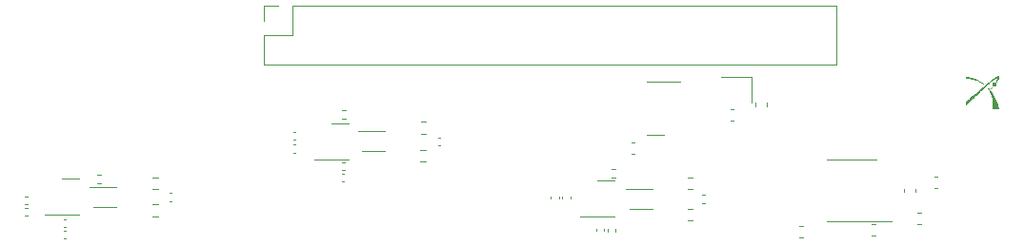
<source format=gbr>
%TF.GenerationSoftware,KiCad,Pcbnew,7.0.8*%
%TF.CreationDate,2024-02-10T17:45:33+01:00*%
%TF.ProjectId,HatV4,48617456-342e-46b6-9963-61645f706362,V2*%
%TF.SameCoordinates,Original*%
%TF.FileFunction,Legend,Top*%
%TF.FilePolarity,Positive*%
%FSLAX46Y46*%
G04 Gerber Fmt 4.6, Leading zero omitted, Abs format (unit mm)*
G04 Created by KiCad (PCBNEW 7.0.8) date 2024-02-10 17:45:33*
%MOMM*%
%LPD*%
G01*
G04 APERTURE LIST*
%ADD10C,0.120000*%
%ADD11C,0.100000*%
G04 APERTURE END LIST*
D10*
%TO.C,C11*%
X167138133Y-102871000D02*
X167430667Y-102871000D01*
X167138133Y-103891000D02*
X167430667Y-103891000D01*
%TO.C,J5*%
X125640438Y-98915962D02*
X176560438Y-98915962D01*
X125640438Y-98915962D02*
X125640438Y-96315962D01*
X176560438Y-98915962D02*
X176560438Y-93715962D01*
X125640438Y-96315962D02*
X128240438Y-96315962D01*
X128240438Y-96315962D02*
X128240438Y-93715962D01*
X125640438Y-95045962D02*
X125640438Y-93715962D01*
X125640438Y-93715962D02*
X126970438Y-93715962D01*
X128240438Y-93715962D02*
X176560438Y-93715962D01*
%TO.C,U6*%
X177883900Y-112883800D02*
X181483900Y-112883800D01*
X177883900Y-112883800D02*
X175683900Y-112883800D01*
X177883900Y-107413800D02*
X180083900Y-107413800D01*
X177883900Y-107413800D02*
X175683900Y-107413800D01*
%TO.C,C2*%
X108083236Y-113415400D02*
X107867564Y-113415400D01*
X108083236Y-112695400D02*
X107867564Y-112695400D01*
D11*
%TO.C,FL3*%
X160246778Y-110036378D02*
X157861778Y-110036378D01*
X160246778Y-111816378D02*
X158216778Y-111816378D01*
D10*
%TO.C,C21*%
X152192400Y-110877236D02*
X152192400Y-110661564D01*
X152912400Y-110877236D02*
X152912400Y-110661564D01*
%TO.C,C8*%
X128479436Y-105643000D02*
X128263764Y-105643000D01*
X128479436Y-104923000D02*
X128263764Y-104923000D01*
%TO.C,C5*%
X117265564Y-110362222D02*
X117481236Y-110362222D01*
X117265564Y-111082222D02*
X117481236Y-111082222D01*
%TO.C,C15*%
X183776233Y-112164400D02*
X184068767Y-112164400D01*
X183776233Y-113184400D02*
X184068767Y-113184400D01*
%TO.C,C7*%
X132820236Y-108335400D02*
X132604564Y-108335400D01*
X132820236Y-107615400D02*
X132604564Y-107615400D01*
D11*
%TO.C,FL1*%
X112565022Y-109832222D02*
X110180022Y-109832222D01*
X112565022Y-111612222D02*
X110535022Y-111612222D01*
D10*
%TO.C,C20*%
X156933978Y-113578742D02*
X156933978Y-113794414D01*
X156213978Y-113578742D02*
X156213978Y-113794414D01*
%TO.C,C16*%
X185272633Y-108887800D02*
X185565167Y-108887800D01*
X185272633Y-109907800D02*
X185565167Y-109907800D01*
%TO.C,U5*%
X162689800Y-100449600D02*
X159689800Y-100449600D01*
X159689800Y-105149600D02*
X161189800Y-105149600D01*
%TO.C,R6*%
X140051933Y-107567965D02*
X139577417Y-107567965D01*
X140051933Y-106522965D02*
X139577417Y-106522965D01*
%TO.C,C23*%
X164636564Y-110547378D02*
X164852236Y-110547378D01*
X164636564Y-111267378D02*
X164852236Y-111267378D01*
%TO.C,R1*%
X110849581Y-108716622D02*
X111156863Y-108716622D01*
X110849581Y-109476622D02*
X111156863Y-109476622D01*
%TO.C,R9*%
X163774658Y-112815900D02*
X163300142Y-112815900D01*
X163774658Y-111770900D02*
X163300142Y-111770900D01*
%TO.C,C6*%
X132792236Y-109351400D02*
X132576564Y-109351400D01*
X132792236Y-108631400D02*
X132576564Y-108631400D01*
%TO.C,U1*%
X106226422Y-112291222D02*
X109226422Y-112291222D01*
X107726422Y-109071222D02*
X109226422Y-109071222D01*
%TO.C,R8*%
X163300142Y-108976900D02*
X163774658Y-108976900D01*
X163300142Y-110021900D02*
X163774658Y-110021900D01*
%TO.C,Y1*%
X168998800Y-102307000D02*
X168998800Y-100007000D01*
X168998800Y-100007000D02*
X166298800Y-100007000D01*
%TO.C,C19*%
X155917978Y-113550742D02*
X155917978Y-113766414D01*
X155197978Y-113550742D02*
X155197978Y-113766414D01*
%TO.C,C17*%
X180003667Y-114175000D02*
X179711133Y-114175000D01*
X180003667Y-113155000D02*
X179711133Y-113155000D01*
%TO.C,R5*%
X139615142Y-104023900D02*
X140089658Y-104023900D01*
X139615142Y-105068900D02*
X140089658Y-105068900D01*
%TO.C,C14*%
X173578567Y-114327400D02*
X173286033Y-114327400D01*
X173578567Y-113307400D02*
X173286033Y-113307400D01*
%TO.C,G\u002A\u002A\u002A*%
G36*
X190407404Y-100961602D02*
G01*
X190419225Y-100966882D01*
X190420288Y-100967426D01*
X190430235Y-100973400D01*
X190432193Y-100978311D01*
X190428465Y-100983952D01*
X190423017Y-100990437D01*
X190412226Y-101003361D01*
X190397245Y-101021342D01*
X190379228Y-101042993D01*
X190359328Y-101066931D01*
X190358864Y-101067489D01*
X190339309Y-101090803D01*
X190321879Y-101111164D01*
X190307635Y-101127366D01*
X190297639Y-101138204D01*
X190292950Y-101142473D01*
X190292842Y-101142494D01*
X190287116Y-101139146D01*
X190278396Y-101131057D01*
X190278083Y-101130725D01*
X190270370Y-101121448D01*
X190267030Y-101115317D01*
X190267026Y-101115216D01*
X190270178Y-101109891D01*
X190278810Y-101098466D01*
X190291691Y-101082389D01*
X190307589Y-101063105D01*
X190325272Y-101042063D01*
X190343507Y-101020709D01*
X190361062Y-101000488D01*
X190376706Y-100982849D01*
X190389206Y-100969238D01*
X190397331Y-100961100D01*
X190399704Y-100959431D01*
X190407404Y-100961602D01*
G37*
G36*
X190639798Y-100504599D02*
G01*
X190657469Y-100505876D01*
X190671761Y-100508792D01*
X190686066Y-100513992D01*
X190700279Y-100520458D01*
X190737987Y-100543510D01*
X190768740Y-100572871D01*
X190792166Y-100607205D01*
X190807894Y-100645177D01*
X190815551Y-100685452D01*
X190814766Y-100726694D01*
X190805166Y-100767569D01*
X190786382Y-100806741D01*
X190781904Y-100813645D01*
X190753178Y-100847756D01*
X190718836Y-100874171D01*
X190689088Y-100888700D01*
X190663206Y-100895901D01*
X190633049Y-100900320D01*
X190602771Y-100901627D01*
X190576525Y-100899491D01*
X190570188Y-100898163D01*
X190542024Y-100887980D01*
X190512519Y-100872194D01*
X190485778Y-100853262D01*
X190469358Y-100837760D01*
X190443679Y-100801834D01*
X190426918Y-100762890D01*
X190418799Y-100722257D01*
X190419047Y-100681268D01*
X190427387Y-100641256D01*
X190443542Y-100603551D01*
X190467240Y-100569487D01*
X190498203Y-100540393D01*
X190535427Y-100517945D01*
X190550589Y-100511435D01*
X190564447Y-100507377D01*
X190580259Y-100505216D01*
X190601278Y-100504397D01*
X190615355Y-100504316D01*
X190639798Y-100504599D01*
G37*
G36*
X188076626Y-100020955D02*
G01*
X188089450Y-100022870D01*
X188108723Y-100025516D01*
X188130796Y-100028398D01*
X188136376Y-100029103D01*
X188310172Y-100054751D01*
X188477042Y-100087365D01*
X188637747Y-100127246D01*
X188793043Y-100174697D01*
X188943692Y-100230021D01*
X189090450Y-100293521D01*
X189234078Y-100365499D01*
X189375334Y-100446258D01*
X189514977Y-100536100D01*
X189650749Y-100633068D01*
X189708246Y-100676128D01*
X189691704Y-100693195D01*
X189681371Y-100703255D01*
X189674043Y-100709291D01*
X189672345Y-100710084D01*
X189667493Y-100707083D01*
X189656195Y-100698993D01*
X189640028Y-100686973D01*
X189620570Y-100672183D01*
X189616136Y-100668774D01*
X189551724Y-100620929D01*
X189488562Y-100577862D01*
X189425082Y-100538777D01*
X189359718Y-100502875D01*
X189290904Y-100469359D01*
X189217073Y-100437430D01*
X189136660Y-100406291D01*
X189048097Y-100375145D01*
X189023723Y-100367006D01*
X188904079Y-100329999D01*
X188785910Y-100298484D01*
X188670152Y-100272611D01*
X188557742Y-100252532D01*
X188449617Y-100238397D01*
X188346713Y-100230355D01*
X188249967Y-100228559D01*
X188180538Y-100231505D01*
X188151066Y-100233741D01*
X188123741Y-100236015D01*
X188100813Y-100238124D01*
X188084529Y-100239867D01*
X188079169Y-100240605D01*
X188060100Y-100243765D01*
X188060100Y-100130997D01*
X188060100Y-100018230D01*
X188076626Y-100020955D01*
G37*
G36*
X190067734Y-101001368D02*
G01*
X190102645Y-101036894D01*
X190141881Y-101079318D01*
X190184114Y-101127085D01*
X190228016Y-101178638D01*
X190272259Y-101232419D01*
X190315517Y-101286875D01*
X190352433Y-101335075D01*
X190457994Y-101483837D01*
X190556091Y-101638964D01*
X190646395Y-101799683D01*
X190728574Y-101965226D01*
X190802299Y-102134820D01*
X190867237Y-102307696D01*
X190923059Y-102483083D01*
X190969434Y-102660209D01*
X191006031Y-102838305D01*
X191011725Y-102871423D01*
X191015508Y-102893734D01*
X191018946Y-102913295D01*
X191021522Y-102927201D01*
X191022336Y-102931173D01*
X191024898Y-102942615D01*
X190725890Y-102942615D01*
X190426883Y-102942615D01*
X190438097Y-102875531D01*
X190445653Y-102828458D01*
X190451868Y-102784981D01*
X190456863Y-102743359D01*
X190460756Y-102701853D01*
X190463667Y-102658723D01*
X190465716Y-102612229D01*
X190467022Y-102560631D01*
X190467704Y-102502191D01*
X190467883Y-102441734D01*
X190467781Y-102385028D01*
X190467439Y-102337054D01*
X190466811Y-102296378D01*
X190465850Y-102261562D01*
X190464509Y-102231172D01*
X190462740Y-102203772D01*
X190460497Y-102177926D01*
X190458649Y-102160263D01*
X190440045Y-102021647D01*
X190415773Y-101890663D01*
X190385562Y-101766326D01*
X190349143Y-101647649D01*
X190306245Y-101533646D01*
X190257275Y-101424717D01*
X190219488Y-101350355D01*
X190181873Y-101283304D01*
X190142722Y-101220882D01*
X190100328Y-101160404D01*
X190052982Y-101099189D01*
X190039548Y-101082697D01*
X189991508Y-101024282D01*
X190015948Y-100999469D01*
X190040389Y-100974655D01*
X190067734Y-101001368D01*
G37*
G36*
X190995430Y-99959942D02*
G01*
X191019025Y-99967137D01*
X191035263Y-99979825D01*
X191045062Y-99998571D01*
X191047737Y-100009829D01*
X191048894Y-100040310D01*
X191043241Y-100077481D01*
X191031038Y-100120721D01*
X191012547Y-100169410D01*
X190988030Y-100222931D01*
X190957749Y-100280662D01*
X190921964Y-100341985D01*
X190880937Y-100406281D01*
X190879200Y-100408893D01*
X190861588Y-100435153D01*
X190845862Y-100458278D01*
X190832890Y-100477018D01*
X190823539Y-100490125D01*
X190818676Y-100496349D01*
X190818234Y-100496689D01*
X190813303Y-100493647D01*
X190803020Y-100485788D01*
X190789671Y-100475013D01*
X190775541Y-100463222D01*
X190762914Y-100452315D01*
X190754076Y-100444192D01*
X190751282Y-100441012D01*
X190752875Y-100435466D01*
X190758175Y-100422462D01*
X190766449Y-100403691D01*
X190776963Y-100380844D01*
X190782428Y-100369266D01*
X190805972Y-100317477D01*
X190823537Y-100273498D01*
X190835176Y-100236953D01*
X190840945Y-100207469D01*
X190840898Y-100184668D01*
X190835092Y-100168175D01*
X190823580Y-100157615D01*
X190813950Y-100153969D01*
X190793021Y-100153196D01*
X190765438Y-100159449D01*
X190731611Y-100172438D01*
X190691949Y-100191872D01*
X190646863Y-100217460D01*
X190596762Y-100248912D01*
X190542055Y-100285936D01*
X190483152Y-100328242D01*
X190420463Y-100375539D01*
X190354397Y-100427537D01*
X190285363Y-100483944D01*
X190213772Y-100544470D01*
X190140034Y-100608824D01*
X190064556Y-100676715D01*
X190020493Y-100717274D01*
X190008118Y-100728847D01*
X189988794Y-100747033D01*
X189962942Y-100771437D01*
X189930980Y-100801659D01*
X189893326Y-100837303D01*
X189850398Y-100877970D01*
X189802617Y-100923262D01*
X189750399Y-100972783D01*
X189694164Y-101026135D01*
X189634331Y-101082918D01*
X189571318Y-101142737D01*
X189505544Y-101205193D01*
X189437427Y-101269889D01*
X189367386Y-101336426D01*
X189295840Y-101404407D01*
X189223208Y-101473434D01*
X189149907Y-101543110D01*
X189076357Y-101613037D01*
X189002977Y-101682817D01*
X188930184Y-101752053D01*
X188858398Y-101820346D01*
X188788037Y-101887300D01*
X188719521Y-101952515D01*
X188653266Y-102015595D01*
X188589694Y-102076142D01*
X188529220Y-102133758D01*
X188472266Y-102188046D01*
X188456390Y-102203183D01*
X188403745Y-102253365D01*
X188353117Y-102301586D01*
X188304999Y-102347382D01*
X188259883Y-102390285D01*
X188218259Y-102429829D01*
X188180620Y-102465548D01*
X188147457Y-102496976D01*
X188119261Y-102523646D01*
X188096525Y-102545092D01*
X188079739Y-102560848D01*
X188069397Y-102570448D01*
X188066031Y-102573423D01*
X188064387Y-102571902D01*
X188063055Y-102564646D01*
X188062012Y-102550968D01*
X188061236Y-102530177D01*
X188060704Y-102501585D01*
X188060396Y-102464503D01*
X188060287Y-102418242D01*
X188060297Y-102394997D01*
X188060494Y-102212905D01*
X188290155Y-102024757D01*
X188400333Y-101934339D01*
X188517989Y-101837485D01*
X188642890Y-101734390D01*
X188774800Y-101625249D01*
X188913486Y-101510254D01*
X189058713Y-101389601D01*
X189210248Y-101263483D01*
X189367856Y-101132096D01*
X189531303Y-100995632D01*
X189565495Y-100967059D01*
X189654432Y-100892753D01*
X189736042Y-100824620D01*
X189810783Y-100762286D01*
X189879108Y-100705376D01*
X189941473Y-100653515D01*
X189998334Y-100606330D01*
X190050147Y-100563444D01*
X190097367Y-100524483D01*
X190140449Y-100489073D01*
X190179849Y-100456839D01*
X190216023Y-100427406D01*
X190249425Y-100400399D01*
X190280511Y-100375444D01*
X190309738Y-100352166D01*
X190337560Y-100330190D01*
X190364432Y-100309141D01*
X190378898Y-100297882D01*
X190461985Y-100234250D01*
X190538296Y-100177719D01*
X190608150Y-100128105D01*
X190671864Y-100085222D01*
X190729757Y-100048885D01*
X190782147Y-100018908D01*
X190829354Y-99995106D01*
X190871695Y-99977294D01*
X190909489Y-99965287D01*
X190943055Y-99958898D01*
X190963561Y-99957670D01*
X190995430Y-99959942D01*
G37*
%TO.C,C22*%
X151176400Y-110877236D02*
X151176400Y-110661564D01*
X151896400Y-110877236D02*
X151896400Y-110661564D01*
%TO.C,C12*%
X170385200Y-102346833D02*
X170385200Y-102639367D01*
X169365200Y-102346833D02*
X169365200Y-102639367D01*
%TO.C,C3*%
X104656836Y-112424800D02*
X104441164Y-112424800D01*
X104656836Y-111704800D02*
X104441164Y-111704800D01*
%TO.C,R2*%
X115787520Y-108976900D02*
X116262036Y-108976900D01*
X115787520Y-110021900D02*
X116262036Y-110021900D01*
%TO.C,R3*%
X116262036Y-112434900D02*
X115787520Y-112434900D01*
X116262036Y-111389900D02*
X115787520Y-111389900D01*
%TO.C,R7*%
X156897041Y-108990400D02*
X156589759Y-108990400D01*
X156897041Y-108230400D02*
X156589759Y-108230400D01*
%TO.C,C4*%
X104656836Y-111408800D02*
X104441164Y-111408800D01*
X104656836Y-110688800D02*
X104441164Y-110688800D01*
%TO.C,C10*%
X141141564Y-105436022D02*
X141357236Y-105436022D01*
X141141564Y-106156022D02*
X141357236Y-106156022D01*
%TO.C,C18*%
X183542400Y-109988133D02*
X183542400Y-110280667D01*
X182522400Y-109988133D02*
X182522400Y-110280667D01*
%TO.C,C13*%
X158616867Y-106910600D02*
X158324333Y-106910600D01*
X158616867Y-105890600D02*
X158324333Y-105890600D01*
%TO.C,U7*%
X153803978Y-112513578D02*
X156803978Y-112513578D01*
X155303978Y-109293578D02*
X156803978Y-109293578D01*
%TO.C,C9*%
X128479436Y-106786000D02*
X128263764Y-106786000D01*
X128479436Y-106066000D02*
X128263764Y-106066000D01*
%TO.C,R4*%
X132919441Y-103732600D02*
X132612159Y-103732600D01*
X132919441Y-102972600D02*
X132612159Y-102972600D01*
%TO.C,C1*%
X108083236Y-114431400D02*
X107867564Y-114431400D01*
X108083236Y-113711400D02*
X107867564Y-113711400D01*
D11*
%TO.C,FL2*%
X136450022Y-104864622D02*
X134065022Y-104864622D01*
X136450022Y-106644622D02*
X134420022Y-106644622D01*
D10*
%TO.C,U3*%
X130160022Y-107365022D02*
X133160022Y-107365022D01*
X131660022Y-104145022D02*
X133160022Y-104145022D01*
%TD*%
M02*

</source>
